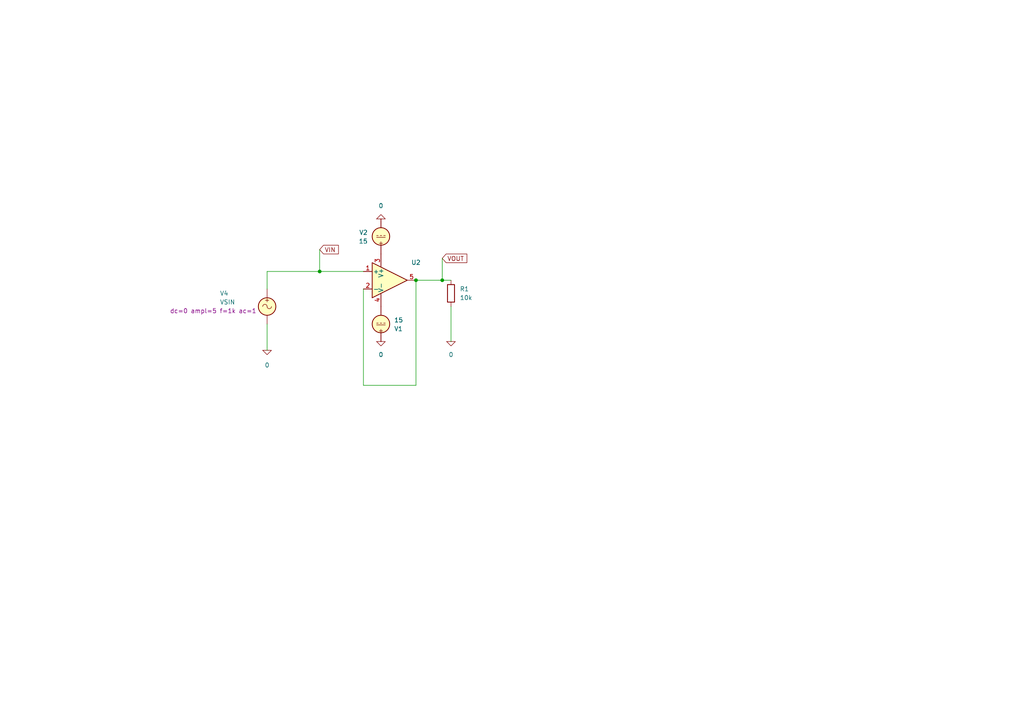
<source format=kicad_sch>
(kicad_sch (version 20250114) (generator "eeschema") (generator_version "9.0")
  (paper "A4")
  (lib_symbols
    (symbol "Device:R" (pin_numbers (hide yes)) (pin_names (offset 0))
      (property "Reference" "R" (at 2.032 0 90))
      (property "Value" "R" (at 0 0 90))
      (symbol "R_0_1"
        (rectangle (start -1.016 -2.54) (end 1.016 2.54) (stroke (width 0.254)))
      )
      (symbol "R_1_1"
        (pin passive line (at 0 3.81 270) (length 1.27) (name "~") (number "1"))
        (pin passive line (at 0 -3.81 90) (length 1.27) (name "~") (number "2"))
      )
    )
    (symbol "Simulation_SPICE:0" (power) (pin_numbers (hide yes)) (pin_names (offset 0) (hide yes))
      (property "Value" "0" (at 0 -2.54 0))
      (symbol "0_0_1"
        (polyline (pts (xy -1.27 0) (xy 0 -1.27) (xy 1.27 0) (xy -1.27 0)))
      )
      (symbol "0_1_1"
        (pin power_in line (at 0 0 0) (length 0) (name "~") (number "1"))
      )
    )
    (symbol "Simulation_SPICE:OPAMP" (pin_names (offset 0.254))
      (property "Reference" "U" (at 3.81 3.175 0))
      (property "Value" "${SIM.PARAMS}" (at 3.81 -3.175 0))
      (symbol "OPAMP_0_1"
        (polyline (pts (xy 5.08 0) (xy -5.08 5.08) (xy -5.08 -5.08) (xy 5.08 0)) (stroke (width 0.254)) (fill (type background)))
      )
      (symbol "OPAMP_1_1"
        (pin input line (at -7.62 2.54 0) (length 2.54) (name "+") (number "1"))
        (pin input line (at -7.62 -2.54 0) (length 2.54) (name "-") (number "2"))
        (pin power_in line (at -2.54 7.62 270) (length 3.81) (name "V+") (number "3"))
        (pin power_in line (at -2.54 -7.62 90) (length 3.81) (name "V-") (number "4"))
        (pin output line (at 7.62 0 180) (length 2.54) (name "~") (number "5"))
      )
    )
    (symbol "Simulation_SPICE:VDC" (pin_numbers (hide yes)) (pin_names (offset 0.0254))
      (property "Reference" "V" (at 2.54 2.54 0))
      (property "Value" "1" (at 2.54 0 0))
      (symbol "VDC_0_0"
        (polyline (pts (xy -1.27 0.254) (xy 1.27 0.254)))
        (polyline (pts (xy -0.762 -0.254) (xy -1.27 -0.254)))
        (polyline (pts (xy 0.254 -0.254) (xy -0.254 -0.254)))
        (polyline (pts (xy 1.27 -0.254) (xy 0.762 -0.254)))
        (text "+" (at 0 1.905 0) (effects (font (size 1.27 1.27))))
      )
      (symbol "VDC_0_1"
        (circle (center 0 0) (radius 2.54) (stroke (width 0.254)) (fill (type background)))
      )
      (symbol "VDC_1_1"
        (pin passive line (at 0 5.08 270) (length 2.54) (name "~") (number "1"))
        (pin passive line (at 0 -5.08 90) (length 2.54) (name "~") (number "2"))
      )
    )
    (symbol "Simulation_SPICE:VSIN" (pin_numbers (hide yes)) (pin_names (offset 0.0254))
      (property "Reference" "V" (at 2.54 2.54 0))
      (property "Value" "VSIN" (at 2.54 0 0))
      (property "Sim.Params" "dc=0 ampl=1 f=1k ac=1" (at 2.54 -2.54 0))
      (symbol "VSIN_0_0"
        (arc (start -1.27 0) (mid -0.635 0.6323) (end 0 0))
        (arc (start 1.27 0) (mid 0.635 -0.6323) (end 0 0))
        (text "+" (at 0 1.905 0) (effects (font (size 1.27 1.27))))
      )
      (symbol "VSIN_0_1"
        (circle (center 0 0) (radius 2.54) (stroke (width 0.254)) (fill (type background)))
      )
      (symbol "VSIN_1_1"
        (pin passive line (at 0 5.08 270) (length 2.54) (name "~") (number "1"))
        (pin passive line (at 0 -5.08 90) (length 2.54) (name "~") (number "2"))
      )
    )
  )
  (junction (at 92.71 78.74))
  (junction (at 120.65 81.28))
  (junction (at 128.27 81.28))
  (wire (pts (xy 128.27 74.93) (xy 128.27 81.28)))
  (wire (pts (xy 77.47 78.74) (xy 77.47 83.82)))
  (wire (pts (xy 130.81 88.9) (xy 130.81 99.06)))
  (wire (pts (xy 92.71 72.39) (xy 92.71 78.74)))
  (wire (pts (xy 92.71 78.74) (xy 105.41 78.74)))
  (wire (pts (xy 120.65 81.28) (xy 128.27 81.28)))
  (wire (pts (xy 128.27 81.28) (xy 130.81 81.28)))
  (wire (pts (xy 120.65 111.76) (xy 120.65 81.28)))
  (wire (pts (xy 77.47 93.98) (xy 77.47 101.6)))
  (wire (pts (xy 77.47 78.74) (xy 92.71 78.74)))
  (wire (pts (xy 105.41 83.82) (xy 105.41 111.76)))
  (wire (pts (xy 105.41 111.76) (xy 120.65 111.76)))
  (global_label "VOUT" (shape input) (at 128.27 74.93 0) (property "Intersheetrefs" "${INTERSHEET_REFS}" (effects (hide yes))))
  (global_label "VIN" (shape input) (at 92.71 72.39 0) (property "Intersheetrefs" "${INTERSHEET_REFS}" (effects (hide yes))))
  (symbol (lib_id "Simulation_SPICE:VSIN") (at 77.47 88.9 0) (unit 1)
    (property "Reference" "V4" (at 63.754 85.09 0) (effects (justify left)))
    (property "Value" "VSIN" (at 63.754 87.63 0) (effects (justify left)))
    (property "Datasheet" "https://ngspice.sourceforge.io/docs/ngspice-html-manual/manual.xhtml#sec_Independent_Sources_for" (effects (hide yes)))
    (property "Description" "Voltage source, sinusoidal" (effects (hide yes)))
    (property "Sim.Pins" "1=+ 2=-" (effects (hide yes)))
    (property "Sim.Params" "dc=0 ampl=5 f=1k ac=1" (at 49.276 90.17 0) (effects (justify left)))
    (property "Sim.Type" "SIN" (effects (hide yes)))
    (property "Sim.Device" "V" (effects (hide yes)))
  )
  (symbol (lib_id "Simulation_SPICE:0") (at 110.49 63.5 0) (mirror x) (unit 1)
    (property "Reference" "#GND02" (effects (hide yes)))
    (property "Value" "0" (at 110.49 59.69 0))
    (property "Datasheet" "https://ngspice.sourceforge.io/docs/ngspice-html-manual/manual.xhtml#subsec_Circuit_elements__device" (effects (hide yes)))
    (property "Description" "0V reference potential for simulation" (effects (hide yes)))
  )
  (symbol (lib_id "Simulation_SPICE:0") (at 130.81 99.06 0) (unit 1)
    (property "Reference" "#GND06" (effects (hide yes)))
    (property "Value" "0" (at 130.81 102.87 0))
    (property "Datasheet" "https://ngspice.sourceforge.io/docs/ngspice-html-manual/manual.xhtml#subsec_Circuit_elements__device" (effects (hide yes)))
    (property "Description" "0V reference potential for simulation" (effects (hide yes)))
  )
  (symbol (lib_id "Device:R") (at 130.81 85.09 0) (unit 1)
    (property "Reference" "R1" (at 133.35 83.8199 0) (effects (justify left)))
    (property "Value" "10k" (at 133.35 86.3599 0) (effects (justify left)))
    (property "Description" "Resistor" (effects (hide yes)))
  )
  (symbol (lib_id "Simulation_SPICE:0") (at 110.49 99.06 0) (unit 1)
    (property "Reference" "#GND01" (effects (hide yes)))
    (property "Value" "0" (at 110.49 102.87 0))
    (property "Datasheet" "https://ngspice.sourceforge.io/docs/ngspice-html-manual/manual.xhtml#subsec_Circuit_elements__device" (effects (hide yes)))
    (property "Description" "0V reference potential for simulation" (effects (hide yes)))
  )
  (symbol (lib_id "Simulation_SPICE:VDC") (at 110.49 93.98 0) (mirror x) (unit 1)
    (property "Reference" "V1" (at 114.3 95.3799 0) (effects (justify left)))
    (property "Value" "15" (at 114.3 92.8399 0) (effects (justify left)))
    (property "Datasheet" "https://ngspice.sourceforge.io/docs/ngspice-html-manual/manual.xhtml#sec_Independent_Sources_for" (effects (hide yes)))
    (property "Description" "Voltage source, DC" (effects (hide yes)))
    (property "Sim.Pins" "1=+ 2=-" (effects (hide yes)))
    (property "Sim.Type" "DC" (effects (hide yes)))
    (property "Sim.Device" "V" (effects (hide yes)))
  )
  (symbol (lib_id "Simulation_SPICE:VDC") (at 110.49 68.58 0) (mirror x) (unit 1)
    (property "Reference" "V2" (at 106.68 67.4397 0) (effects (justify right)))
    (property "Value" "15" (at 106.68 69.9797 0) (effects (justify right)))
    (property "Datasheet" "https://ngspice.sourceforge.io/docs/ngspice-html-manual/manual.xhtml#sec_Independent_Sources_for" (effects (hide yes)))
    (property "Description" "Voltage source, DC" (effects (hide yes)))
    (property "Sim.Pins" "1=+ 2=-" (effects (hide yes)))
    (property "Sim.Type" "DC" (effects (hide yes)))
    (property "Sim.Device" "V" (effects (hide yes)))
  )
  (symbol (lib_id "Simulation_SPICE:OPAMP") (at 113.03 81.28 0) (unit 1)
    (property "Reference" "U2" (at 120.65 76.1298 0))
    (property "Value" "${SIM.PARAMS}" (at 120.65 78.0349 0))
    (property "Datasheet" "https://ngspice.sourceforge.io/docs/ngspice-html-manual/manual.xhtml#sec__SUBCKT_Subcircuits" (effects (hide yes)))
    (property "Description" "Operational amplifier, single" (effects (hide yes)))
    (property "Sim.Pins" "1=1 2=2 3=3 4=4 5=5" (effects (hide yes)))
    (property "Sim.Device" "SUBCKT" (effects (hide yes)))
    (property "Sim.Library" "C:\\Users\\Jasiek\\Downloads\\sloj067\\TL072.301" (effects (hide yes)))
    (property "Sim.Name" "TL072" (effects (hide yes)))
  )
  (symbol (lib_id "Simulation_SPICE:0") (at 77.47 101.6 0) (unit 1)
    (property "Reference" "#GND05" (effects (hide yes)))
    (property "Value" "0" (at 77.47 105.918 0))
    (property "Datasheet" "https://ngspice.sourceforge.io/docs/ngspice-html-manual/manual.xhtml#subsec_Circuit_elements__device" (effects (hide yes)))
    (property "Description" "0V reference potential for simulation" (effects (hide yes)))
  )
)
</source>
